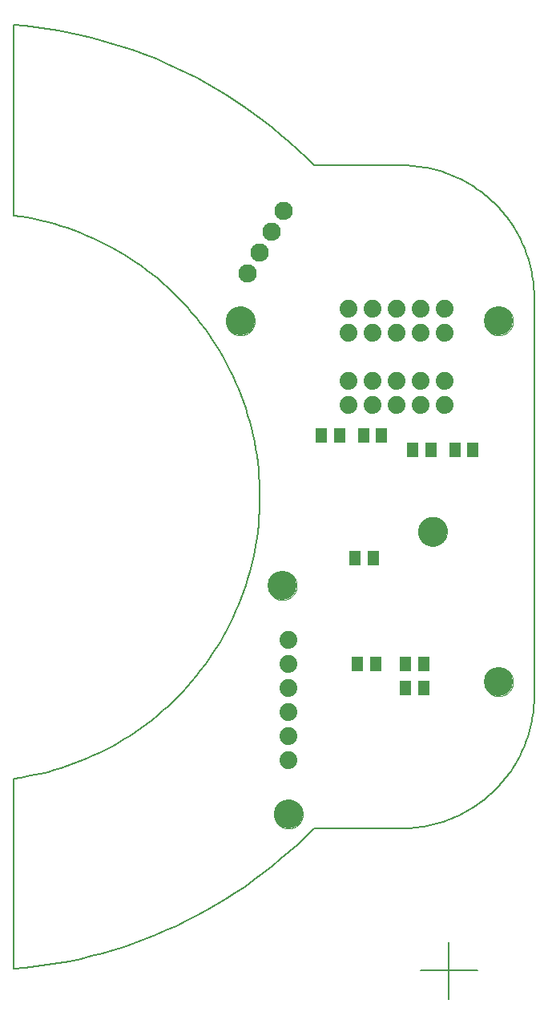
<source format=gbs>
G75*
%MOIN*%
%OFA0B0*%
%FSLAX25Y25*%
%IPPOS*%
%LPD*%
%AMOC8*
5,1,8,0,0,1.08239X$1,22.5*
%
%ADD10C,0.00600*%
%ADD11C,0.00000*%
%ADD12C,0.12000*%
%ADD13C,0.07400*%
%ADD14R,0.05118X0.05906*%
%ADD15C,0.07600*%
D10*
X0001300Y0013742D02*
X0001300Y0092906D01*
X0001300Y0013742D02*
X0005974Y0014173D01*
X0010636Y0014716D01*
X0015284Y0015369D01*
X0019914Y0016133D01*
X0024526Y0017008D01*
X0029115Y0017992D01*
X0033680Y0019085D01*
X0038217Y0020287D01*
X0042724Y0021596D01*
X0047198Y0023013D01*
X0051638Y0024536D01*
X0056040Y0026164D01*
X0060402Y0027897D01*
X0064721Y0029733D01*
X0068996Y0031672D01*
X0073223Y0033712D01*
X0077400Y0035852D01*
X0081525Y0038091D01*
X0085595Y0040428D01*
X0089609Y0042862D01*
X0093563Y0045390D01*
X0097456Y0048012D01*
X0101285Y0050726D01*
X0105049Y0053531D01*
X0108744Y0056424D01*
X0112370Y0059405D01*
X0115923Y0062471D01*
X0119403Y0065621D01*
X0122806Y0068854D01*
X0126131Y0072166D01*
X0162717Y0072166D01*
X0182402Y0024922D02*
X0182402Y0001300D01*
X0170591Y0013111D02*
X0194213Y0013111D01*
X0217835Y0127284D02*
X0217835Y0292639D01*
X0217819Y0293971D01*
X0217771Y0295302D01*
X0217690Y0296631D01*
X0217578Y0297959D01*
X0217433Y0299283D01*
X0217257Y0300603D01*
X0217048Y0301919D01*
X0216808Y0303229D01*
X0216536Y0304533D01*
X0216233Y0305830D01*
X0215899Y0307119D01*
X0215534Y0308400D01*
X0215137Y0309671D01*
X0214710Y0310933D01*
X0214253Y0312184D01*
X0213766Y0313424D01*
X0213249Y0314651D01*
X0212702Y0315866D01*
X0212126Y0317067D01*
X0211522Y0318254D01*
X0210888Y0319425D01*
X0210227Y0320582D01*
X0209538Y0321721D01*
X0208822Y0322844D01*
X0208078Y0323950D01*
X0207308Y0325037D01*
X0206513Y0326105D01*
X0205691Y0327153D01*
X0204845Y0328181D01*
X0203973Y0329189D01*
X0203078Y0330175D01*
X0202159Y0331140D01*
X0201218Y0332081D01*
X0200253Y0333000D01*
X0199267Y0333895D01*
X0198259Y0334767D01*
X0197231Y0335613D01*
X0196183Y0336435D01*
X0195115Y0337230D01*
X0194028Y0338000D01*
X0192922Y0338744D01*
X0191799Y0339460D01*
X0190660Y0340149D01*
X0189503Y0340810D01*
X0188332Y0341444D01*
X0187145Y0342048D01*
X0185944Y0342624D01*
X0184729Y0343171D01*
X0183502Y0343688D01*
X0182262Y0344175D01*
X0181011Y0344632D01*
X0179749Y0345059D01*
X0178478Y0345456D01*
X0177197Y0345821D01*
X0175908Y0346155D01*
X0174611Y0346458D01*
X0173307Y0346730D01*
X0171997Y0346970D01*
X0170681Y0347179D01*
X0169361Y0347355D01*
X0168037Y0347500D01*
X0166709Y0347612D01*
X0165380Y0347693D01*
X0164049Y0347741D01*
X0162717Y0347757D01*
X0126131Y0347757D01*
X0217835Y0127284D02*
X0217819Y0125952D01*
X0217771Y0124621D01*
X0217690Y0123292D01*
X0217578Y0121964D01*
X0217433Y0120640D01*
X0217257Y0119320D01*
X0217048Y0118004D01*
X0216808Y0116694D01*
X0216536Y0115390D01*
X0216233Y0114093D01*
X0215899Y0112804D01*
X0215534Y0111523D01*
X0215137Y0110252D01*
X0214710Y0108990D01*
X0214253Y0107739D01*
X0213766Y0106499D01*
X0213249Y0105272D01*
X0212702Y0104057D01*
X0212126Y0102856D01*
X0211522Y0101669D01*
X0210888Y0100498D01*
X0210227Y0099341D01*
X0209538Y0098202D01*
X0208822Y0097079D01*
X0208078Y0095973D01*
X0207308Y0094886D01*
X0206513Y0093818D01*
X0205691Y0092770D01*
X0204845Y0091742D01*
X0203973Y0090734D01*
X0203078Y0089748D01*
X0202159Y0088783D01*
X0201218Y0087842D01*
X0200253Y0086923D01*
X0199267Y0086028D01*
X0198259Y0085156D01*
X0197231Y0084310D01*
X0196183Y0083488D01*
X0195115Y0082693D01*
X0194028Y0081923D01*
X0192922Y0081179D01*
X0191799Y0080463D01*
X0190660Y0079774D01*
X0189503Y0079113D01*
X0188332Y0078479D01*
X0187145Y0077875D01*
X0185944Y0077299D01*
X0184729Y0076752D01*
X0183502Y0076235D01*
X0182262Y0075748D01*
X0181011Y0075291D01*
X0179749Y0074864D01*
X0178478Y0074467D01*
X0177197Y0074102D01*
X0175908Y0073768D01*
X0174611Y0073465D01*
X0173307Y0073193D01*
X0171997Y0072953D01*
X0170681Y0072744D01*
X0169361Y0072568D01*
X0168037Y0072423D01*
X0166709Y0072311D01*
X0165380Y0072230D01*
X0164049Y0072182D01*
X0162717Y0072166D01*
X0001300Y0092906D02*
X0004146Y0093324D01*
X0006981Y0093811D01*
X0009804Y0094368D01*
X0012612Y0094993D01*
X0015404Y0095686D01*
X0018178Y0096447D01*
X0020933Y0097275D01*
X0023667Y0098170D01*
X0026378Y0099131D01*
X0029065Y0100159D01*
X0031727Y0101251D01*
X0034361Y0102408D01*
X0036965Y0103628D01*
X0039540Y0104912D01*
X0042082Y0106258D01*
X0044591Y0107666D01*
X0047065Y0109134D01*
X0049502Y0110662D01*
X0051902Y0112249D01*
X0054262Y0113894D01*
X0056581Y0115596D01*
X0058858Y0117353D01*
X0061092Y0119166D01*
X0063281Y0121033D01*
X0065424Y0122952D01*
X0067519Y0124923D01*
X0069566Y0126945D01*
X0071563Y0129016D01*
X0073509Y0131134D01*
X0075402Y0133300D01*
X0077243Y0135511D01*
X0079029Y0137766D01*
X0080759Y0140064D01*
X0082433Y0142404D01*
X0084050Y0144783D01*
X0085608Y0147201D01*
X0087107Y0149657D01*
X0088545Y0152148D01*
X0089923Y0154674D01*
X0091238Y0157232D01*
X0092491Y0159821D01*
X0093681Y0162441D01*
X0094806Y0165088D01*
X0095866Y0167763D01*
X0096861Y0170462D01*
X0097790Y0173184D01*
X0098653Y0175929D01*
X0099448Y0178693D01*
X0100176Y0181477D01*
X0100835Y0184277D01*
X0101427Y0187092D01*
X0101949Y0189921D01*
X0102403Y0192762D01*
X0102787Y0195612D01*
X0103102Y0198472D01*
X0103347Y0201338D01*
X0103522Y0204210D01*
X0103627Y0207084D01*
X0103662Y0209961D01*
X0103627Y0212838D01*
X0103522Y0215712D01*
X0103347Y0218584D01*
X0103102Y0221450D01*
X0102787Y0224310D01*
X0102403Y0227160D01*
X0101949Y0230001D01*
X0101427Y0232830D01*
X0100835Y0235645D01*
X0100176Y0238445D01*
X0099448Y0241229D01*
X0098653Y0243993D01*
X0097790Y0246738D01*
X0096861Y0249460D01*
X0095866Y0252159D01*
X0094806Y0254834D01*
X0093681Y0257481D01*
X0092491Y0260101D01*
X0091238Y0262690D01*
X0089923Y0265248D01*
X0088545Y0267774D01*
X0087107Y0270265D01*
X0085608Y0272721D01*
X0084050Y0275139D01*
X0082433Y0277518D01*
X0080759Y0279858D01*
X0079029Y0282156D01*
X0077243Y0284411D01*
X0075402Y0286622D01*
X0073509Y0288788D01*
X0071563Y0290906D01*
X0069566Y0292977D01*
X0067519Y0294999D01*
X0065424Y0296970D01*
X0063281Y0298889D01*
X0061092Y0300756D01*
X0058858Y0302569D01*
X0056581Y0304326D01*
X0054262Y0306028D01*
X0051902Y0307673D01*
X0049502Y0309260D01*
X0047065Y0310788D01*
X0044591Y0312256D01*
X0042082Y0313664D01*
X0039540Y0315010D01*
X0036965Y0316294D01*
X0034361Y0317514D01*
X0031727Y0318671D01*
X0029065Y0319763D01*
X0026378Y0320791D01*
X0023667Y0321752D01*
X0020933Y0322647D01*
X0018178Y0323475D01*
X0015404Y0324236D01*
X0012612Y0324929D01*
X0009804Y0325554D01*
X0006981Y0326111D01*
X0004146Y0326598D01*
X0001300Y0327016D01*
X0001300Y0327017D02*
X0001300Y0406220D01*
X0005974Y0405787D01*
X0010636Y0405244D01*
X0015285Y0404589D01*
X0019916Y0403823D01*
X0024528Y0402948D01*
X0029117Y0401962D01*
X0033682Y0400868D01*
X0038219Y0399665D01*
X0042726Y0398354D01*
X0047201Y0396936D01*
X0051641Y0395412D01*
X0056043Y0393782D01*
X0060405Y0392048D01*
X0064725Y0390210D01*
X0068999Y0388270D01*
X0073226Y0386229D01*
X0077403Y0384087D01*
X0081528Y0381847D01*
X0085598Y0379508D01*
X0089612Y0377074D01*
X0093566Y0374544D01*
X0097458Y0371921D01*
X0101288Y0369205D01*
X0105051Y0366400D01*
X0108746Y0363505D01*
X0112371Y0360523D01*
X0115924Y0357455D01*
X0119403Y0354304D01*
X0122806Y0351070D01*
X0126131Y0347756D01*
D11*
X0089552Y0283111D02*
X0089554Y0283265D01*
X0089560Y0283420D01*
X0089570Y0283574D01*
X0089584Y0283728D01*
X0089602Y0283881D01*
X0089623Y0284034D01*
X0089649Y0284187D01*
X0089679Y0284338D01*
X0089712Y0284489D01*
X0089750Y0284639D01*
X0089791Y0284788D01*
X0089836Y0284936D01*
X0089885Y0285082D01*
X0089938Y0285228D01*
X0089994Y0285371D01*
X0090054Y0285514D01*
X0090118Y0285654D01*
X0090185Y0285794D01*
X0090256Y0285931D01*
X0090330Y0286066D01*
X0090408Y0286200D01*
X0090489Y0286331D01*
X0090574Y0286460D01*
X0090662Y0286588D01*
X0090753Y0286712D01*
X0090847Y0286835D01*
X0090945Y0286955D01*
X0091045Y0287072D01*
X0091149Y0287187D01*
X0091255Y0287299D01*
X0091364Y0287408D01*
X0091476Y0287514D01*
X0091591Y0287618D01*
X0091708Y0287718D01*
X0091828Y0287816D01*
X0091951Y0287910D01*
X0092075Y0288001D01*
X0092203Y0288089D01*
X0092332Y0288174D01*
X0092463Y0288255D01*
X0092597Y0288333D01*
X0092732Y0288407D01*
X0092869Y0288478D01*
X0093009Y0288545D01*
X0093149Y0288609D01*
X0093292Y0288669D01*
X0093435Y0288725D01*
X0093581Y0288778D01*
X0093727Y0288827D01*
X0093875Y0288872D01*
X0094024Y0288913D01*
X0094174Y0288951D01*
X0094325Y0288984D01*
X0094476Y0289014D01*
X0094629Y0289040D01*
X0094782Y0289061D01*
X0094935Y0289079D01*
X0095089Y0289093D01*
X0095243Y0289103D01*
X0095398Y0289109D01*
X0095552Y0289111D01*
X0095706Y0289109D01*
X0095861Y0289103D01*
X0096015Y0289093D01*
X0096169Y0289079D01*
X0096322Y0289061D01*
X0096475Y0289040D01*
X0096628Y0289014D01*
X0096779Y0288984D01*
X0096930Y0288951D01*
X0097080Y0288913D01*
X0097229Y0288872D01*
X0097377Y0288827D01*
X0097523Y0288778D01*
X0097669Y0288725D01*
X0097812Y0288669D01*
X0097955Y0288609D01*
X0098095Y0288545D01*
X0098235Y0288478D01*
X0098372Y0288407D01*
X0098507Y0288333D01*
X0098641Y0288255D01*
X0098772Y0288174D01*
X0098901Y0288089D01*
X0099029Y0288001D01*
X0099153Y0287910D01*
X0099276Y0287816D01*
X0099396Y0287718D01*
X0099513Y0287618D01*
X0099628Y0287514D01*
X0099740Y0287408D01*
X0099849Y0287299D01*
X0099955Y0287187D01*
X0100059Y0287072D01*
X0100159Y0286955D01*
X0100257Y0286835D01*
X0100351Y0286712D01*
X0100442Y0286588D01*
X0100530Y0286460D01*
X0100615Y0286331D01*
X0100696Y0286200D01*
X0100774Y0286066D01*
X0100848Y0285931D01*
X0100919Y0285794D01*
X0100986Y0285654D01*
X0101050Y0285514D01*
X0101110Y0285371D01*
X0101166Y0285228D01*
X0101219Y0285082D01*
X0101268Y0284936D01*
X0101313Y0284788D01*
X0101354Y0284639D01*
X0101392Y0284489D01*
X0101425Y0284338D01*
X0101455Y0284187D01*
X0101481Y0284034D01*
X0101502Y0283881D01*
X0101520Y0283728D01*
X0101534Y0283574D01*
X0101544Y0283420D01*
X0101550Y0283265D01*
X0101552Y0283111D01*
X0101550Y0282957D01*
X0101544Y0282802D01*
X0101534Y0282648D01*
X0101520Y0282494D01*
X0101502Y0282341D01*
X0101481Y0282188D01*
X0101455Y0282035D01*
X0101425Y0281884D01*
X0101392Y0281733D01*
X0101354Y0281583D01*
X0101313Y0281434D01*
X0101268Y0281286D01*
X0101219Y0281140D01*
X0101166Y0280994D01*
X0101110Y0280851D01*
X0101050Y0280708D01*
X0100986Y0280568D01*
X0100919Y0280428D01*
X0100848Y0280291D01*
X0100774Y0280156D01*
X0100696Y0280022D01*
X0100615Y0279891D01*
X0100530Y0279762D01*
X0100442Y0279634D01*
X0100351Y0279510D01*
X0100257Y0279387D01*
X0100159Y0279267D01*
X0100059Y0279150D01*
X0099955Y0279035D01*
X0099849Y0278923D01*
X0099740Y0278814D01*
X0099628Y0278708D01*
X0099513Y0278604D01*
X0099396Y0278504D01*
X0099276Y0278406D01*
X0099153Y0278312D01*
X0099029Y0278221D01*
X0098901Y0278133D01*
X0098772Y0278048D01*
X0098641Y0277967D01*
X0098507Y0277889D01*
X0098372Y0277815D01*
X0098235Y0277744D01*
X0098095Y0277677D01*
X0097955Y0277613D01*
X0097812Y0277553D01*
X0097669Y0277497D01*
X0097523Y0277444D01*
X0097377Y0277395D01*
X0097229Y0277350D01*
X0097080Y0277309D01*
X0096930Y0277271D01*
X0096779Y0277238D01*
X0096628Y0277208D01*
X0096475Y0277182D01*
X0096322Y0277161D01*
X0096169Y0277143D01*
X0096015Y0277129D01*
X0095861Y0277119D01*
X0095706Y0277113D01*
X0095552Y0277111D01*
X0095398Y0277113D01*
X0095243Y0277119D01*
X0095089Y0277129D01*
X0094935Y0277143D01*
X0094782Y0277161D01*
X0094629Y0277182D01*
X0094476Y0277208D01*
X0094325Y0277238D01*
X0094174Y0277271D01*
X0094024Y0277309D01*
X0093875Y0277350D01*
X0093727Y0277395D01*
X0093581Y0277444D01*
X0093435Y0277497D01*
X0093292Y0277553D01*
X0093149Y0277613D01*
X0093009Y0277677D01*
X0092869Y0277744D01*
X0092732Y0277815D01*
X0092597Y0277889D01*
X0092463Y0277967D01*
X0092332Y0278048D01*
X0092203Y0278133D01*
X0092075Y0278221D01*
X0091951Y0278312D01*
X0091828Y0278406D01*
X0091708Y0278504D01*
X0091591Y0278604D01*
X0091476Y0278708D01*
X0091364Y0278814D01*
X0091255Y0278923D01*
X0091149Y0279035D01*
X0091045Y0279150D01*
X0090945Y0279267D01*
X0090847Y0279387D01*
X0090753Y0279510D01*
X0090662Y0279634D01*
X0090574Y0279762D01*
X0090489Y0279891D01*
X0090408Y0280022D01*
X0090330Y0280156D01*
X0090256Y0280291D01*
X0090185Y0280428D01*
X0090118Y0280568D01*
X0090054Y0280708D01*
X0089994Y0280851D01*
X0089938Y0280994D01*
X0089885Y0281140D01*
X0089836Y0281286D01*
X0089791Y0281434D01*
X0089750Y0281583D01*
X0089712Y0281733D01*
X0089679Y0281884D01*
X0089649Y0282035D01*
X0089623Y0282188D01*
X0089602Y0282341D01*
X0089584Y0282494D01*
X0089570Y0282648D01*
X0089560Y0282802D01*
X0089554Y0282957D01*
X0089552Y0283111D01*
X0107052Y0173111D02*
X0107054Y0173265D01*
X0107060Y0173420D01*
X0107070Y0173574D01*
X0107084Y0173728D01*
X0107102Y0173881D01*
X0107123Y0174034D01*
X0107149Y0174187D01*
X0107179Y0174338D01*
X0107212Y0174489D01*
X0107250Y0174639D01*
X0107291Y0174788D01*
X0107336Y0174936D01*
X0107385Y0175082D01*
X0107438Y0175228D01*
X0107494Y0175371D01*
X0107554Y0175514D01*
X0107618Y0175654D01*
X0107685Y0175794D01*
X0107756Y0175931D01*
X0107830Y0176066D01*
X0107908Y0176200D01*
X0107989Y0176331D01*
X0108074Y0176460D01*
X0108162Y0176588D01*
X0108253Y0176712D01*
X0108347Y0176835D01*
X0108445Y0176955D01*
X0108545Y0177072D01*
X0108649Y0177187D01*
X0108755Y0177299D01*
X0108864Y0177408D01*
X0108976Y0177514D01*
X0109091Y0177618D01*
X0109208Y0177718D01*
X0109328Y0177816D01*
X0109451Y0177910D01*
X0109575Y0178001D01*
X0109703Y0178089D01*
X0109832Y0178174D01*
X0109963Y0178255D01*
X0110097Y0178333D01*
X0110232Y0178407D01*
X0110369Y0178478D01*
X0110509Y0178545D01*
X0110649Y0178609D01*
X0110792Y0178669D01*
X0110935Y0178725D01*
X0111081Y0178778D01*
X0111227Y0178827D01*
X0111375Y0178872D01*
X0111524Y0178913D01*
X0111674Y0178951D01*
X0111825Y0178984D01*
X0111976Y0179014D01*
X0112129Y0179040D01*
X0112282Y0179061D01*
X0112435Y0179079D01*
X0112589Y0179093D01*
X0112743Y0179103D01*
X0112898Y0179109D01*
X0113052Y0179111D01*
X0113206Y0179109D01*
X0113361Y0179103D01*
X0113515Y0179093D01*
X0113669Y0179079D01*
X0113822Y0179061D01*
X0113975Y0179040D01*
X0114128Y0179014D01*
X0114279Y0178984D01*
X0114430Y0178951D01*
X0114580Y0178913D01*
X0114729Y0178872D01*
X0114877Y0178827D01*
X0115023Y0178778D01*
X0115169Y0178725D01*
X0115312Y0178669D01*
X0115455Y0178609D01*
X0115595Y0178545D01*
X0115735Y0178478D01*
X0115872Y0178407D01*
X0116007Y0178333D01*
X0116141Y0178255D01*
X0116272Y0178174D01*
X0116401Y0178089D01*
X0116529Y0178001D01*
X0116653Y0177910D01*
X0116776Y0177816D01*
X0116896Y0177718D01*
X0117013Y0177618D01*
X0117128Y0177514D01*
X0117240Y0177408D01*
X0117349Y0177299D01*
X0117455Y0177187D01*
X0117559Y0177072D01*
X0117659Y0176955D01*
X0117757Y0176835D01*
X0117851Y0176712D01*
X0117942Y0176588D01*
X0118030Y0176460D01*
X0118115Y0176331D01*
X0118196Y0176200D01*
X0118274Y0176066D01*
X0118348Y0175931D01*
X0118419Y0175794D01*
X0118486Y0175654D01*
X0118550Y0175514D01*
X0118610Y0175371D01*
X0118666Y0175228D01*
X0118719Y0175082D01*
X0118768Y0174936D01*
X0118813Y0174788D01*
X0118854Y0174639D01*
X0118892Y0174489D01*
X0118925Y0174338D01*
X0118955Y0174187D01*
X0118981Y0174034D01*
X0119002Y0173881D01*
X0119020Y0173728D01*
X0119034Y0173574D01*
X0119044Y0173420D01*
X0119050Y0173265D01*
X0119052Y0173111D01*
X0119050Y0172957D01*
X0119044Y0172802D01*
X0119034Y0172648D01*
X0119020Y0172494D01*
X0119002Y0172341D01*
X0118981Y0172188D01*
X0118955Y0172035D01*
X0118925Y0171884D01*
X0118892Y0171733D01*
X0118854Y0171583D01*
X0118813Y0171434D01*
X0118768Y0171286D01*
X0118719Y0171140D01*
X0118666Y0170994D01*
X0118610Y0170851D01*
X0118550Y0170708D01*
X0118486Y0170568D01*
X0118419Y0170428D01*
X0118348Y0170291D01*
X0118274Y0170156D01*
X0118196Y0170022D01*
X0118115Y0169891D01*
X0118030Y0169762D01*
X0117942Y0169634D01*
X0117851Y0169510D01*
X0117757Y0169387D01*
X0117659Y0169267D01*
X0117559Y0169150D01*
X0117455Y0169035D01*
X0117349Y0168923D01*
X0117240Y0168814D01*
X0117128Y0168708D01*
X0117013Y0168604D01*
X0116896Y0168504D01*
X0116776Y0168406D01*
X0116653Y0168312D01*
X0116529Y0168221D01*
X0116401Y0168133D01*
X0116272Y0168048D01*
X0116141Y0167967D01*
X0116007Y0167889D01*
X0115872Y0167815D01*
X0115735Y0167744D01*
X0115595Y0167677D01*
X0115455Y0167613D01*
X0115312Y0167553D01*
X0115169Y0167497D01*
X0115023Y0167444D01*
X0114877Y0167395D01*
X0114729Y0167350D01*
X0114580Y0167309D01*
X0114430Y0167271D01*
X0114279Y0167238D01*
X0114128Y0167208D01*
X0113975Y0167182D01*
X0113822Y0167161D01*
X0113669Y0167143D01*
X0113515Y0167129D01*
X0113361Y0167119D01*
X0113206Y0167113D01*
X0113052Y0167111D01*
X0112898Y0167113D01*
X0112743Y0167119D01*
X0112589Y0167129D01*
X0112435Y0167143D01*
X0112282Y0167161D01*
X0112129Y0167182D01*
X0111976Y0167208D01*
X0111825Y0167238D01*
X0111674Y0167271D01*
X0111524Y0167309D01*
X0111375Y0167350D01*
X0111227Y0167395D01*
X0111081Y0167444D01*
X0110935Y0167497D01*
X0110792Y0167553D01*
X0110649Y0167613D01*
X0110509Y0167677D01*
X0110369Y0167744D01*
X0110232Y0167815D01*
X0110097Y0167889D01*
X0109963Y0167967D01*
X0109832Y0168048D01*
X0109703Y0168133D01*
X0109575Y0168221D01*
X0109451Y0168312D01*
X0109328Y0168406D01*
X0109208Y0168504D01*
X0109091Y0168604D01*
X0108976Y0168708D01*
X0108864Y0168814D01*
X0108755Y0168923D01*
X0108649Y0169035D01*
X0108545Y0169150D01*
X0108445Y0169267D01*
X0108347Y0169387D01*
X0108253Y0169510D01*
X0108162Y0169634D01*
X0108074Y0169762D01*
X0107989Y0169891D01*
X0107908Y0170022D01*
X0107830Y0170156D01*
X0107756Y0170291D01*
X0107685Y0170428D01*
X0107618Y0170568D01*
X0107554Y0170708D01*
X0107494Y0170851D01*
X0107438Y0170994D01*
X0107385Y0171140D01*
X0107336Y0171286D01*
X0107291Y0171434D01*
X0107250Y0171583D01*
X0107212Y0171733D01*
X0107179Y0171884D01*
X0107149Y0172035D01*
X0107123Y0172188D01*
X0107102Y0172341D01*
X0107084Y0172494D01*
X0107070Y0172648D01*
X0107060Y0172802D01*
X0107054Y0172957D01*
X0107052Y0173111D01*
X0109552Y0078111D02*
X0109554Y0078265D01*
X0109560Y0078420D01*
X0109570Y0078574D01*
X0109584Y0078728D01*
X0109602Y0078881D01*
X0109623Y0079034D01*
X0109649Y0079187D01*
X0109679Y0079338D01*
X0109712Y0079489D01*
X0109750Y0079639D01*
X0109791Y0079788D01*
X0109836Y0079936D01*
X0109885Y0080082D01*
X0109938Y0080228D01*
X0109994Y0080371D01*
X0110054Y0080514D01*
X0110118Y0080654D01*
X0110185Y0080794D01*
X0110256Y0080931D01*
X0110330Y0081066D01*
X0110408Y0081200D01*
X0110489Y0081331D01*
X0110574Y0081460D01*
X0110662Y0081588D01*
X0110753Y0081712D01*
X0110847Y0081835D01*
X0110945Y0081955D01*
X0111045Y0082072D01*
X0111149Y0082187D01*
X0111255Y0082299D01*
X0111364Y0082408D01*
X0111476Y0082514D01*
X0111591Y0082618D01*
X0111708Y0082718D01*
X0111828Y0082816D01*
X0111951Y0082910D01*
X0112075Y0083001D01*
X0112203Y0083089D01*
X0112332Y0083174D01*
X0112463Y0083255D01*
X0112597Y0083333D01*
X0112732Y0083407D01*
X0112869Y0083478D01*
X0113009Y0083545D01*
X0113149Y0083609D01*
X0113292Y0083669D01*
X0113435Y0083725D01*
X0113581Y0083778D01*
X0113727Y0083827D01*
X0113875Y0083872D01*
X0114024Y0083913D01*
X0114174Y0083951D01*
X0114325Y0083984D01*
X0114476Y0084014D01*
X0114629Y0084040D01*
X0114782Y0084061D01*
X0114935Y0084079D01*
X0115089Y0084093D01*
X0115243Y0084103D01*
X0115398Y0084109D01*
X0115552Y0084111D01*
X0115706Y0084109D01*
X0115861Y0084103D01*
X0116015Y0084093D01*
X0116169Y0084079D01*
X0116322Y0084061D01*
X0116475Y0084040D01*
X0116628Y0084014D01*
X0116779Y0083984D01*
X0116930Y0083951D01*
X0117080Y0083913D01*
X0117229Y0083872D01*
X0117377Y0083827D01*
X0117523Y0083778D01*
X0117669Y0083725D01*
X0117812Y0083669D01*
X0117955Y0083609D01*
X0118095Y0083545D01*
X0118235Y0083478D01*
X0118372Y0083407D01*
X0118507Y0083333D01*
X0118641Y0083255D01*
X0118772Y0083174D01*
X0118901Y0083089D01*
X0119029Y0083001D01*
X0119153Y0082910D01*
X0119276Y0082816D01*
X0119396Y0082718D01*
X0119513Y0082618D01*
X0119628Y0082514D01*
X0119740Y0082408D01*
X0119849Y0082299D01*
X0119955Y0082187D01*
X0120059Y0082072D01*
X0120159Y0081955D01*
X0120257Y0081835D01*
X0120351Y0081712D01*
X0120442Y0081588D01*
X0120530Y0081460D01*
X0120615Y0081331D01*
X0120696Y0081200D01*
X0120774Y0081066D01*
X0120848Y0080931D01*
X0120919Y0080794D01*
X0120986Y0080654D01*
X0121050Y0080514D01*
X0121110Y0080371D01*
X0121166Y0080228D01*
X0121219Y0080082D01*
X0121268Y0079936D01*
X0121313Y0079788D01*
X0121354Y0079639D01*
X0121392Y0079489D01*
X0121425Y0079338D01*
X0121455Y0079187D01*
X0121481Y0079034D01*
X0121502Y0078881D01*
X0121520Y0078728D01*
X0121534Y0078574D01*
X0121544Y0078420D01*
X0121550Y0078265D01*
X0121552Y0078111D01*
X0121550Y0077957D01*
X0121544Y0077802D01*
X0121534Y0077648D01*
X0121520Y0077494D01*
X0121502Y0077341D01*
X0121481Y0077188D01*
X0121455Y0077035D01*
X0121425Y0076884D01*
X0121392Y0076733D01*
X0121354Y0076583D01*
X0121313Y0076434D01*
X0121268Y0076286D01*
X0121219Y0076140D01*
X0121166Y0075994D01*
X0121110Y0075851D01*
X0121050Y0075708D01*
X0120986Y0075568D01*
X0120919Y0075428D01*
X0120848Y0075291D01*
X0120774Y0075156D01*
X0120696Y0075022D01*
X0120615Y0074891D01*
X0120530Y0074762D01*
X0120442Y0074634D01*
X0120351Y0074510D01*
X0120257Y0074387D01*
X0120159Y0074267D01*
X0120059Y0074150D01*
X0119955Y0074035D01*
X0119849Y0073923D01*
X0119740Y0073814D01*
X0119628Y0073708D01*
X0119513Y0073604D01*
X0119396Y0073504D01*
X0119276Y0073406D01*
X0119153Y0073312D01*
X0119029Y0073221D01*
X0118901Y0073133D01*
X0118772Y0073048D01*
X0118641Y0072967D01*
X0118507Y0072889D01*
X0118372Y0072815D01*
X0118235Y0072744D01*
X0118095Y0072677D01*
X0117955Y0072613D01*
X0117812Y0072553D01*
X0117669Y0072497D01*
X0117523Y0072444D01*
X0117377Y0072395D01*
X0117229Y0072350D01*
X0117080Y0072309D01*
X0116930Y0072271D01*
X0116779Y0072238D01*
X0116628Y0072208D01*
X0116475Y0072182D01*
X0116322Y0072161D01*
X0116169Y0072143D01*
X0116015Y0072129D01*
X0115861Y0072119D01*
X0115706Y0072113D01*
X0115552Y0072111D01*
X0115398Y0072113D01*
X0115243Y0072119D01*
X0115089Y0072129D01*
X0114935Y0072143D01*
X0114782Y0072161D01*
X0114629Y0072182D01*
X0114476Y0072208D01*
X0114325Y0072238D01*
X0114174Y0072271D01*
X0114024Y0072309D01*
X0113875Y0072350D01*
X0113727Y0072395D01*
X0113581Y0072444D01*
X0113435Y0072497D01*
X0113292Y0072553D01*
X0113149Y0072613D01*
X0113009Y0072677D01*
X0112869Y0072744D01*
X0112732Y0072815D01*
X0112597Y0072889D01*
X0112463Y0072967D01*
X0112332Y0073048D01*
X0112203Y0073133D01*
X0112075Y0073221D01*
X0111951Y0073312D01*
X0111828Y0073406D01*
X0111708Y0073504D01*
X0111591Y0073604D01*
X0111476Y0073708D01*
X0111364Y0073814D01*
X0111255Y0073923D01*
X0111149Y0074035D01*
X0111045Y0074150D01*
X0110945Y0074267D01*
X0110847Y0074387D01*
X0110753Y0074510D01*
X0110662Y0074634D01*
X0110574Y0074762D01*
X0110489Y0074891D01*
X0110408Y0075022D01*
X0110330Y0075156D01*
X0110256Y0075291D01*
X0110185Y0075428D01*
X0110118Y0075568D01*
X0110054Y0075708D01*
X0109994Y0075851D01*
X0109938Y0075994D01*
X0109885Y0076140D01*
X0109836Y0076286D01*
X0109791Y0076434D01*
X0109750Y0076583D01*
X0109712Y0076733D01*
X0109679Y0076884D01*
X0109649Y0077035D01*
X0109623Y0077188D01*
X0109602Y0077341D01*
X0109584Y0077494D01*
X0109570Y0077648D01*
X0109560Y0077802D01*
X0109554Y0077957D01*
X0109552Y0078111D01*
X0169552Y0195611D02*
X0169554Y0195765D01*
X0169560Y0195920D01*
X0169570Y0196074D01*
X0169584Y0196228D01*
X0169602Y0196381D01*
X0169623Y0196534D01*
X0169649Y0196687D01*
X0169679Y0196838D01*
X0169712Y0196989D01*
X0169750Y0197139D01*
X0169791Y0197288D01*
X0169836Y0197436D01*
X0169885Y0197582D01*
X0169938Y0197728D01*
X0169994Y0197871D01*
X0170054Y0198014D01*
X0170118Y0198154D01*
X0170185Y0198294D01*
X0170256Y0198431D01*
X0170330Y0198566D01*
X0170408Y0198700D01*
X0170489Y0198831D01*
X0170574Y0198960D01*
X0170662Y0199088D01*
X0170753Y0199212D01*
X0170847Y0199335D01*
X0170945Y0199455D01*
X0171045Y0199572D01*
X0171149Y0199687D01*
X0171255Y0199799D01*
X0171364Y0199908D01*
X0171476Y0200014D01*
X0171591Y0200118D01*
X0171708Y0200218D01*
X0171828Y0200316D01*
X0171951Y0200410D01*
X0172075Y0200501D01*
X0172203Y0200589D01*
X0172332Y0200674D01*
X0172463Y0200755D01*
X0172597Y0200833D01*
X0172732Y0200907D01*
X0172869Y0200978D01*
X0173009Y0201045D01*
X0173149Y0201109D01*
X0173292Y0201169D01*
X0173435Y0201225D01*
X0173581Y0201278D01*
X0173727Y0201327D01*
X0173875Y0201372D01*
X0174024Y0201413D01*
X0174174Y0201451D01*
X0174325Y0201484D01*
X0174476Y0201514D01*
X0174629Y0201540D01*
X0174782Y0201561D01*
X0174935Y0201579D01*
X0175089Y0201593D01*
X0175243Y0201603D01*
X0175398Y0201609D01*
X0175552Y0201611D01*
X0175706Y0201609D01*
X0175861Y0201603D01*
X0176015Y0201593D01*
X0176169Y0201579D01*
X0176322Y0201561D01*
X0176475Y0201540D01*
X0176628Y0201514D01*
X0176779Y0201484D01*
X0176930Y0201451D01*
X0177080Y0201413D01*
X0177229Y0201372D01*
X0177377Y0201327D01*
X0177523Y0201278D01*
X0177669Y0201225D01*
X0177812Y0201169D01*
X0177955Y0201109D01*
X0178095Y0201045D01*
X0178235Y0200978D01*
X0178372Y0200907D01*
X0178507Y0200833D01*
X0178641Y0200755D01*
X0178772Y0200674D01*
X0178901Y0200589D01*
X0179029Y0200501D01*
X0179153Y0200410D01*
X0179276Y0200316D01*
X0179396Y0200218D01*
X0179513Y0200118D01*
X0179628Y0200014D01*
X0179740Y0199908D01*
X0179849Y0199799D01*
X0179955Y0199687D01*
X0180059Y0199572D01*
X0180159Y0199455D01*
X0180257Y0199335D01*
X0180351Y0199212D01*
X0180442Y0199088D01*
X0180530Y0198960D01*
X0180615Y0198831D01*
X0180696Y0198700D01*
X0180774Y0198566D01*
X0180848Y0198431D01*
X0180919Y0198294D01*
X0180986Y0198154D01*
X0181050Y0198014D01*
X0181110Y0197871D01*
X0181166Y0197728D01*
X0181219Y0197582D01*
X0181268Y0197436D01*
X0181313Y0197288D01*
X0181354Y0197139D01*
X0181392Y0196989D01*
X0181425Y0196838D01*
X0181455Y0196687D01*
X0181481Y0196534D01*
X0181502Y0196381D01*
X0181520Y0196228D01*
X0181534Y0196074D01*
X0181544Y0195920D01*
X0181550Y0195765D01*
X0181552Y0195611D01*
X0181550Y0195457D01*
X0181544Y0195302D01*
X0181534Y0195148D01*
X0181520Y0194994D01*
X0181502Y0194841D01*
X0181481Y0194688D01*
X0181455Y0194535D01*
X0181425Y0194384D01*
X0181392Y0194233D01*
X0181354Y0194083D01*
X0181313Y0193934D01*
X0181268Y0193786D01*
X0181219Y0193640D01*
X0181166Y0193494D01*
X0181110Y0193351D01*
X0181050Y0193208D01*
X0180986Y0193068D01*
X0180919Y0192928D01*
X0180848Y0192791D01*
X0180774Y0192656D01*
X0180696Y0192522D01*
X0180615Y0192391D01*
X0180530Y0192262D01*
X0180442Y0192134D01*
X0180351Y0192010D01*
X0180257Y0191887D01*
X0180159Y0191767D01*
X0180059Y0191650D01*
X0179955Y0191535D01*
X0179849Y0191423D01*
X0179740Y0191314D01*
X0179628Y0191208D01*
X0179513Y0191104D01*
X0179396Y0191004D01*
X0179276Y0190906D01*
X0179153Y0190812D01*
X0179029Y0190721D01*
X0178901Y0190633D01*
X0178772Y0190548D01*
X0178641Y0190467D01*
X0178507Y0190389D01*
X0178372Y0190315D01*
X0178235Y0190244D01*
X0178095Y0190177D01*
X0177955Y0190113D01*
X0177812Y0190053D01*
X0177669Y0189997D01*
X0177523Y0189944D01*
X0177377Y0189895D01*
X0177229Y0189850D01*
X0177080Y0189809D01*
X0176930Y0189771D01*
X0176779Y0189738D01*
X0176628Y0189708D01*
X0176475Y0189682D01*
X0176322Y0189661D01*
X0176169Y0189643D01*
X0176015Y0189629D01*
X0175861Y0189619D01*
X0175706Y0189613D01*
X0175552Y0189611D01*
X0175398Y0189613D01*
X0175243Y0189619D01*
X0175089Y0189629D01*
X0174935Y0189643D01*
X0174782Y0189661D01*
X0174629Y0189682D01*
X0174476Y0189708D01*
X0174325Y0189738D01*
X0174174Y0189771D01*
X0174024Y0189809D01*
X0173875Y0189850D01*
X0173727Y0189895D01*
X0173581Y0189944D01*
X0173435Y0189997D01*
X0173292Y0190053D01*
X0173149Y0190113D01*
X0173009Y0190177D01*
X0172869Y0190244D01*
X0172732Y0190315D01*
X0172597Y0190389D01*
X0172463Y0190467D01*
X0172332Y0190548D01*
X0172203Y0190633D01*
X0172075Y0190721D01*
X0171951Y0190812D01*
X0171828Y0190906D01*
X0171708Y0191004D01*
X0171591Y0191104D01*
X0171476Y0191208D01*
X0171364Y0191314D01*
X0171255Y0191423D01*
X0171149Y0191535D01*
X0171045Y0191650D01*
X0170945Y0191767D01*
X0170847Y0191887D01*
X0170753Y0192010D01*
X0170662Y0192134D01*
X0170574Y0192262D01*
X0170489Y0192391D01*
X0170408Y0192522D01*
X0170330Y0192656D01*
X0170256Y0192791D01*
X0170185Y0192928D01*
X0170118Y0193068D01*
X0170054Y0193208D01*
X0169994Y0193351D01*
X0169938Y0193494D01*
X0169885Y0193640D01*
X0169836Y0193786D01*
X0169791Y0193934D01*
X0169750Y0194083D01*
X0169712Y0194233D01*
X0169679Y0194384D01*
X0169649Y0194535D01*
X0169623Y0194688D01*
X0169602Y0194841D01*
X0169584Y0194994D01*
X0169570Y0195148D01*
X0169560Y0195302D01*
X0169554Y0195457D01*
X0169552Y0195611D01*
X0197052Y0133111D02*
X0197054Y0133265D01*
X0197060Y0133420D01*
X0197070Y0133574D01*
X0197084Y0133728D01*
X0197102Y0133881D01*
X0197123Y0134034D01*
X0197149Y0134187D01*
X0197179Y0134338D01*
X0197212Y0134489D01*
X0197250Y0134639D01*
X0197291Y0134788D01*
X0197336Y0134936D01*
X0197385Y0135082D01*
X0197438Y0135228D01*
X0197494Y0135371D01*
X0197554Y0135514D01*
X0197618Y0135654D01*
X0197685Y0135794D01*
X0197756Y0135931D01*
X0197830Y0136066D01*
X0197908Y0136200D01*
X0197989Y0136331D01*
X0198074Y0136460D01*
X0198162Y0136588D01*
X0198253Y0136712D01*
X0198347Y0136835D01*
X0198445Y0136955D01*
X0198545Y0137072D01*
X0198649Y0137187D01*
X0198755Y0137299D01*
X0198864Y0137408D01*
X0198976Y0137514D01*
X0199091Y0137618D01*
X0199208Y0137718D01*
X0199328Y0137816D01*
X0199451Y0137910D01*
X0199575Y0138001D01*
X0199703Y0138089D01*
X0199832Y0138174D01*
X0199963Y0138255D01*
X0200097Y0138333D01*
X0200232Y0138407D01*
X0200369Y0138478D01*
X0200509Y0138545D01*
X0200649Y0138609D01*
X0200792Y0138669D01*
X0200935Y0138725D01*
X0201081Y0138778D01*
X0201227Y0138827D01*
X0201375Y0138872D01*
X0201524Y0138913D01*
X0201674Y0138951D01*
X0201825Y0138984D01*
X0201976Y0139014D01*
X0202129Y0139040D01*
X0202282Y0139061D01*
X0202435Y0139079D01*
X0202589Y0139093D01*
X0202743Y0139103D01*
X0202898Y0139109D01*
X0203052Y0139111D01*
X0203206Y0139109D01*
X0203361Y0139103D01*
X0203515Y0139093D01*
X0203669Y0139079D01*
X0203822Y0139061D01*
X0203975Y0139040D01*
X0204128Y0139014D01*
X0204279Y0138984D01*
X0204430Y0138951D01*
X0204580Y0138913D01*
X0204729Y0138872D01*
X0204877Y0138827D01*
X0205023Y0138778D01*
X0205169Y0138725D01*
X0205312Y0138669D01*
X0205455Y0138609D01*
X0205595Y0138545D01*
X0205735Y0138478D01*
X0205872Y0138407D01*
X0206007Y0138333D01*
X0206141Y0138255D01*
X0206272Y0138174D01*
X0206401Y0138089D01*
X0206529Y0138001D01*
X0206653Y0137910D01*
X0206776Y0137816D01*
X0206896Y0137718D01*
X0207013Y0137618D01*
X0207128Y0137514D01*
X0207240Y0137408D01*
X0207349Y0137299D01*
X0207455Y0137187D01*
X0207559Y0137072D01*
X0207659Y0136955D01*
X0207757Y0136835D01*
X0207851Y0136712D01*
X0207942Y0136588D01*
X0208030Y0136460D01*
X0208115Y0136331D01*
X0208196Y0136200D01*
X0208274Y0136066D01*
X0208348Y0135931D01*
X0208419Y0135794D01*
X0208486Y0135654D01*
X0208550Y0135514D01*
X0208610Y0135371D01*
X0208666Y0135228D01*
X0208719Y0135082D01*
X0208768Y0134936D01*
X0208813Y0134788D01*
X0208854Y0134639D01*
X0208892Y0134489D01*
X0208925Y0134338D01*
X0208955Y0134187D01*
X0208981Y0134034D01*
X0209002Y0133881D01*
X0209020Y0133728D01*
X0209034Y0133574D01*
X0209044Y0133420D01*
X0209050Y0133265D01*
X0209052Y0133111D01*
X0209050Y0132957D01*
X0209044Y0132802D01*
X0209034Y0132648D01*
X0209020Y0132494D01*
X0209002Y0132341D01*
X0208981Y0132188D01*
X0208955Y0132035D01*
X0208925Y0131884D01*
X0208892Y0131733D01*
X0208854Y0131583D01*
X0208813Y0131434D01*
X0208768Y0131286D01*
X0208719Y0131140D01*
X0208666Y0130994D01*
X0208610Y0130851D01*
X0208550Y0130708D01*
X0208486Y0130568D01*
X0208419Y0130428D01*
X0208348Y0130291D01*
X0208274Y0130156D01*
X0208196Y0130022D01*
X0208115Y0129891D01*
X0208030Y0129762D01*
X0207942Y0129634D01*
X0207851Y0129510D01*
X0207757Y0129387D01*
X0207659Y0129267D01*
X0207559Y0129150D01*
X0207455Y0129035D01*
X0207349Y0128923D01*
X0207240Y0128814D01*
X0207128Y0128708D01*
X0207013Y0128604D01*
X0206896Y0128504D01*
X0206776Y0128406D01*
X0206653Y0128312D01*
X0206529Y0128221D01*
X0206401Y0128133D01*
X0206272Y0128048D01*
X0206141Y0127967D01*
X0206007Y0127889D01*
X0205872Y0127815D01*
X0205735Y0127744D01*
X0205595Y0127677D01*
X0205455Y0127613D01*
X0205312Y0127553D01*
X0205169Y0127497D01*
X0205023Y0127444D01*
X0204877Y0127395D01*
X0204729Y0127350D01*
X0204580Y0127309D01*
X0204430Y0127271D01*
X0204279Y0127238D01*
X0204128Y0127208D01*
X0203975Y0127182D01*
X0203822Y0127161D01*
X0203669Y0127143D01*
X0203515Y0127129D01*
X0203361Y0127119D01*
X0203206Y0127113D01*
X0203052Y0127111D01*
X0202898Y0127113D01*
X0202743Y0127119D01*
X0202589Y0127129D01*
X0202435Y0127143D01*
X0202282Y0127161D01*
X0202129Y0127182D01*
X0201976Y0127208D01*
X0201825Y0127238D01*
X0201674Y0127271D01*
X0201524Y0127309D01*
X0201375Y0127350D01*
X0201227Y0127395D01*
X0201081Y0127444D01*
X0200935Y0127497D01*
X0200792Y0127553D01*
X0200649Y0127613D01*
X0200509Y0127677D01*
X0200369Y0127744D01*
X0200232Y0127815D01*
X0200097Y0127889D01*
X0199963Y0127967D01*
X0199832Y0128048D01*
X0199703Y0128133D01*
X0199575Y0128221D01*
X0199451Y0128312D01*
X0199328Y0128406D01*
X0199208Y0128504D01*
X0199091Y0128604D01*
X0198976Y0128708D01*
X0198864Y0128814D01*
X0198755Y0128923D01*
X0198649Y0129035D01*
X0198545Y0129150D01*
X0198445Y0129267D01*
X0198347Y0129387D01*
X0198253Y0129510D01*
X0198162Y0129634D01*
X0198074Y0129762D01*
X0197989Y0129891D01*
X0197908Y0130022D01*
X0197830Y0130156D01*
X0197756Y0130291D01*
X0197685Y0130428D01*
X0197618Y0130568D01*
X0197554Y0130708D01*
X0197494Y0130851D01*
X0197438Y0130994D01*
X0197385Y0131140D01*
X0197336Y0131286D01*
X0197291Y0131434D01*
X0197250Y0131583D01*
X0197212Y0131733D01*
X0197179Y0131884D01*
X0197149Y0132035D01*
X0197123Y0132188D01*
X0197102Y0132341D01*
X0197084Y0132494D01*
X0197070Y0132648D01*
X0197060Y0132802D01*
X0197054Y0132957D01*
X0197052Y0133111D01*
X0197052Y0283111D02*
X0197054Y0283265D01*
X0197060Y0283420D01*
X0197070Y0283574D01*
X0197084Y0283728D01*
X0197102Y0283881D01*
X0197123Y0284034D01*
X0197149Y0284187D01*
X0197179Y0284338D01*
X0197212Y0284489D01*
X0197250Y0284639D01*
X0197291Y0284788D01*
X0197336Y0284936D01*
X0197385Y0285082D01*
X0197438Y0285228D01*
X0197494Y0285371D01*
X0197554Y0285514D01*
X0197618Y0285654D01*
X0197685Y0285794D01*
X0197756Y0285931D01*
X0197830Y0286066D01*
X0197908Y0286200D01*
X0197989Y0286331D01*
X0198074Y0286460D01*
X0198162Y0286588D01*
X0198253Y0286712D01*
X0198347Y0286835D01*
X0198445Y0286955D01*
X0198545Y0287072D01*
X0198649Y0287187D01*
X0198755Y0287299D01*
X0198864Y0287408D01*
X0198976Y0287514D01*
X0199091Y0287618D01*
X0199208Y0287718D01*
X0199328Y0287816D01*
X0199451Y0287910D01*
X0199575Y0288001D01*
X0199703Y0288089D01*
X0199832Y0288174D01*
X0199963Y0288255D01*
X0200097Y0288333D01*
X0200232Y0288407D01*
X0200369Y0288478D01*
X0200509Y0288545D01*
X0200649Y0288609D01*
X0200792Y0288669D01*
X0200935Y0288725D01*
X0201081Y0288778D01*
X0201227Y0288827D01*
X0201375Y0288872D01*
X0201524Y0288913D01*
X0201674Y0288951D01*
X0201825Y0288984D01*
X0201976Y0289014D01*
X0202129Y0289040D01*
X0202282Y0289061D01*
X0202435Y0289079D01*
X0202589Y0289093D01*
X0202743Y0289103D01*
X0202898Y0289109D01*
X0203052Y0289111D01*
X0203206Y0289109D01*
X0203361Y0289103D01*
X0203515Y0289093D01*
X0203669Y0289079D01*
X0203822Y0289061D01*
X0203975Y0289040D01*
X0204128Y0289014D01*
X0204279Y0288984D01*
X0204430Y0288951D01*
X0204580Y0288913D01*
X0204729Y0288872D01*
X0204877Y0288827D01*
X0205023Y0288778D01*
X0205169Y0288725D01*
X0205312Y0288669D01*
X0205455Y0288609D01*
X0205595Y0288545D01*
X0205735Y0288478D01*
X0205872Y0288407D01*
X0206007Y0288333D01*
X0206141Y0288255D01*
X0206272Y0288174D01*
X0206401Y0288089D01*
X0206529Y0288001D01*
X0206653Y0287910D01*
X0206776Y0287816D01*
X0206896Y0287718D01*
X0207013Y0287618D01*
X0207128Y0287514D01*
X0207240Y0287408D01*
X0207349Y0287299D01*
X0207455Y0287187D01*
X0207559Y0287072D01*
X0207659Y0286955D01*
X0207757Y0286835D01*
X0207851Y0286712D01*
X0207942Y0286588D01*
X0208030Y0286460D01*
X0208115Y0286331D01*
X0208196Y0286200D01*
X0208274Y0286066D01*
X0208348Y0285931D01*
X0208419Y0285794D01*
X0208486Y0285654D01*
X0208550Y0285514D01*
X0208610Y0285371D01*
X0208666Y0285228D01*
X0208719Y0285082D01*
X0208768Y0284936D01*
X0208813Y0284788D01*
X0208854Y0284639D01*
X0208892Y0284489D01*
X0208925Y0284338D01*
X0208955Y0284187D01*
X0208981Y0284034D01*
X0209002Y0283881D01*
X0209020Y0283728D01*
X0209034Y0283574D01*
X0209044Y0283420D01*
X0209050Y0283265D01*
X0209052Y0283111D01*
X0209050Y0282957D01*
X0209044Y0282802D01*
X0209034Y0282648D01*
X0209020Y0282494D01*
X0209002Y0282341D01*
X0208981Y0282188D01*
X0208955Y0282035D01*
X0208925Y0281884D01*
X0208892Y0281733D01*
X0208854Y0281583D01*
X0208813Y0281434D01*
X0208768Y0281286D01*
X0208719Y0281140D01*
X0208666Y0280994D01*
X0208610Y0280851D01*
X0208550Y0280708D01*
X0208486Y0280568D01*
X0208419Y0280428D01*
X0208348Y0280291D01*
X0208274Y0280156D01*
X0208196Y0280022D01*
X0208115Y0279891D01*
X0208030Y0279762D01*
X0207942Y0279634D01*
X0207851Y0279510D01*
X0207757Y0279387D01*
X0207659Y0279267D01*
X0207559Y0279150D01*
X0207455Y0279035D01*
X0207349Y0278923D01*
X0207240Y0278814D01*
X0207128Y0278708D01*
X0207013Y0278604D01*
X0206896Y0278504D01*
X0206776Y0278406D01*
X0206653Y0278312D01*
X0206529Y0278221D01*
X0206401Y0278133D01*
X0206272Y0278048D01*
X0206141Y0277967D01*
X0206007Y0277889D01*
X0205872Y0277815D01*
X0205735Y0277744D01*
X0205595Y0277677D01*
X0205455Y0277613D01*
X0205312Y0277553D01*
X0205169Y0277497D01*
X0205023Y0277444D01*
X0204877Y0277395D01*
X0204729Y0277350D01*
X0204580Y0277309D01*
X0204430Y0277271D01*
X0204279Y0277238D01*
X0204128Y0277208D01*
X0203975Y0277182D01*
X0203822Y0277161D01*
X0203669Y0277143D01*
X0203515Y0277129D01*
X0203361Y0277119D01*
X0203206Y0277113D01*
X0203052Y0277111D01*
X0202898Y0277113D01*
X0202743Y0277119D01*
X0202589Y0277129D01*
X0202435Y0277143D01*
X0202282Y0277161D01*
X0202129Y0277182D01*
X0201976Y0277208D01*
X0201825Y0277238D01*
X0201674Y0277271D01*
X0201524Y0277309D01*
X0201375Y0277350D01*
X0201227Y0277395D01*
X0201081Y0277444D01*
X0200935Y0277497D01*
X0200792Y0277553D01*
X0200649Y0277613D01*
X0200509Y0277677D01*
X0200369Y0277744D01*
X0200232Y0277815D01*
X0200097Y0277889D01*
X0199963Y0277967D01*
X0199832Y0278048D01*
X0199703Y0278133D01*
X0199575Y0278221D01*
X0199451Y0278312D01*
X0199328Y0278406D01*
X0199208Y0278504D01*
X0199091Y0278604D01*
X0198976Y0278708D01*
X0198864Y0278814D01*
X0198755Y0278923D01*
X0198649Y0279035D01*
X0198545Y0279150D01*
X0198445Y0279267D01*
X0198347Y0279387D01*
X0198253Y0279510D01*
X0198162Y0279634D01*
X0198074Y0279762D01*
X0197989Y0279891D01*
X0197908Y0280022D01*
X0197830Y0280156D01*
X0197756Y0280291D01*
X0197685Y0280428D01*
X0197618Y0280568D01*
X0197554Y0280708D01*
X0197494Y0280851D01*
X0197438Y0280994D01*
X0197385Y0281140D01*
X0197336Y0281286D01*
X0197291Y0281434D01*
X0197250Y0281583D01*
X0197212Y0281733D01*
X0197179Y0281884D01*
X0197149Y0282035D01*
X0197123Y0282188D01*
X0197102Y0282341D01*
X0197084Y0282494D01*
X0197070Y0282648D01*
X0197060Y0282802D01*
X0197054Y0282957D01*
X0197052Y0283111D01*
D12*
X0203052Y0283111D03*
X0175552Y0195611D03*
X0203052Y0133111D03*
X0115552Y0078111D03*
X0113052Y0173111D03*
X0095552Y0283111D03*
D13*
X0140552Y0278111D03*
X0140552Y0288111D03*
X0150552Y0288111D03*
X0150552Y0278111D03*
X0160552Y0278111D03*
X0160552Y0288111D03*
X0170552Y0288111D03*
X0170552Y0278111D03*
X0180552Y0278111D03*
X0180552Y0288111D03*
X0180552Y0258111D03*
X0180552Y0248111D03*
X0170552Y0248111D03*
X0170552Y0258111D03*
X0160552Y0258111D03*
X0160552Y0248111D03*
X0150552Y0248111D03*
X0150552Y0258111D03*
X0140552Y0258111D03*
X0140552Y0248111D03*
X0115552Y0150611D03*
X0115552Y0140611D03*
X0115552Y0130611D03*
X0115552Y0120611D03*
X0115552Y0110611D03*
X0115552Y0100611D03*
D14*
X0144312Y0140611D03*
X0151792Y0140611D03*
X0164312Y0140611D03*
X0164312Y0130611D03*
X0171792Y0130611D03*
X0171792Y0140611D03*
X0150792Y0184611D03*
X0143312Y0184611D03*
X0167312Y0229611D03*
X0174792Y0229611D03*
X0184812Y0229611D03*
X0192292Y0229611D03*
X0154292Y0235611D03*
X0146812Y0235611D03*
X0136792Y0235611D03*
X0129312Y0235611D03*
D15*
X0098722Y0302800D03*
X0103722Y0311460D03*
X0108722Y0320121D03*
X0113722Y0328781D03*
M02*

</source>
